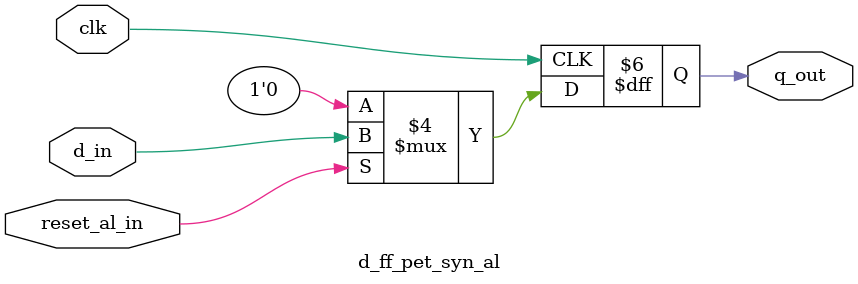
<source format=v>
module d_ff_pet_syn_al(d_in, clk, reset_al_in, q_out);

input d_in;
input clk;
input reset_al_in;
output reg q_out;

always@(posedge clk) begin

	if (~reset_al_in) 
		q_out <= 1'b0;
	else 
		q_out <= d_in;
	
end

endmodule

</source>
